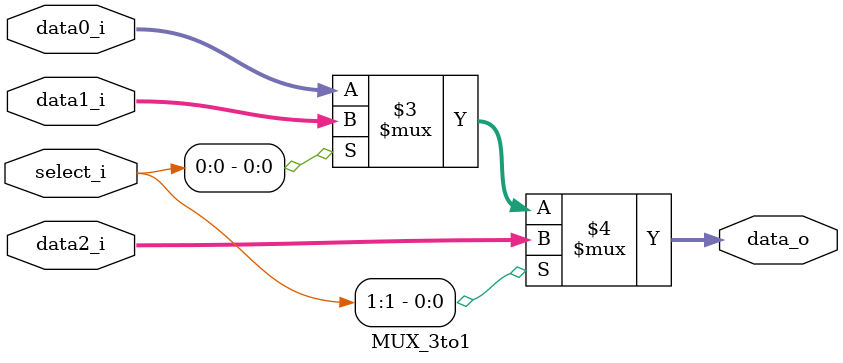
<source format=v>
/***************************************************
Student Name: 
Student ID: 
***************************************************/

`timescale 1ns/1ps

module MUX_3to1(
	input   	[32-1:0] data0_i,       
	input   	[32-1:0] data1_i,
	input   	[32-1:0] data2_i,
	input       [ 2-1:0] select_i,
	output wire [32-1:0] data_o
               );			   

assign data_o=(select_i[1]==1)?data2_i:((select_i[0]==0)?data0_i:data1_i);


endmodule      
          
</source>
